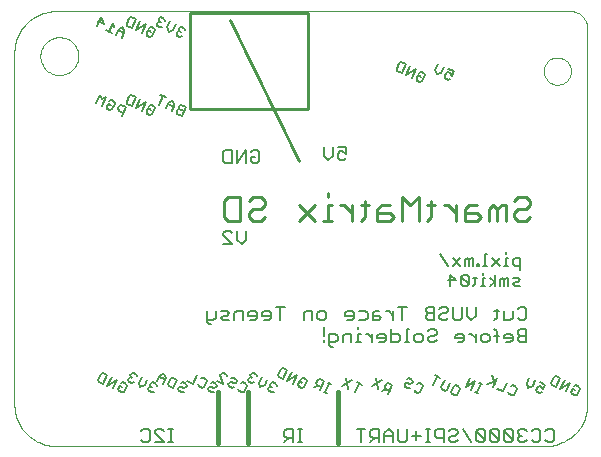
<source format=gbo>
G75*
G70*
%OFA0B0*%
%FSLAX24Y24*%
%IPPOS*%
%LPD*%
%AMOC8*
5,1,8,0,0,1.08239X$1,22.5*
%
%ADD10C,0.0000*%
%ADD11C,0.0090*%
%ADD12C,0.0060*%
%ADD13C,0.0070*%
%ADD14C,0.0150*%
%ADD15C,0.0080*%
%ADD16C,0.0100*%
D10*
X001600Y004500D02*
X017900Y004500D01*
X017973Y004502D01*
X018046Y004508D01*
X018119Y004517D01*
X018191Y004531D01*
X018262Y004548D01*
X018333Y004569D01*
X018402Y004593D01*
X018469Y004621D01*
X018536Y004653D01*
X018600Y004688D01*
X018662Y004726D01*
X018723Y004767D01*
X018781Y004812D01*
X018837Y004860D01*
X018890Y004910D01*
X018940Y004963D01*
X018988Y005019D01*
X019033Y005077D01*
X019074Y005138D01*
X019112Y005200D01*
X019147Y005264D01*
X019179Y005331D01*
X019207Y005398D01*
X019231Y005467D01*
X019252Y005538D01*
X019269Y005609D01*
X019283Y005681D01*
X019292Y005754D01*
X019298Y005827D01*
X019300Y005900D01*
X019300Y018400D01*
X019301Y018445D01*
X019297Y018491D01*
X019290Y018536D01*
X019280Y018580D01*
X019266Y018623D01*
X019249Y018665D01*
X019228Y018706D01*
X019205Y018745D01*
X019178Y018782D01*
X019148Y018816D01*
X019116Y018848D01*
X019082Y018878D01*
X019045Y018905D01*
X019006Y018928D01*
X018965Y018949D01*
X018923Y018966D01*
X018880Y018980D01*
X018836Y018990D01*
X018791Y018997D01*
X018745Y019001D01*
X018700Y019000D01*
X001600Y019000D01*
X001527Y018998D01*
X001454Y018992D01*
X001381Y018983D01*
X001309Y018969D01*
X001238Y018952D01*
X001167Y018931D01*
X001098Y018907D01*
X001031Y018879D01*
X000964Y018847D01*
X000900Y018812D01*
X000838Y018774D01*
X000777Y018733D01*
X000719Y018688D01*
X000663Y018640D01*
X000610Y018590D01*
X000560Y018537D01*
X000512Y018481D01*
X000467Y018423D01*
X000426Y018362D01*
X000388Y018300D01*
X000353Y018236D01*
X000321Y018169D01*
X000293Y018102D01*
X000269Y018033D01*
X000248Y017962D01*
X000231Y017891D01*
X000217Y017819D01*
X000208Y017746D01*
X000202Y017673D01*
X000200Y017600D01*
X000200Y005900D01*
X000202Y005827D01*
X000208Y005754D01*
X000217Y005681D01*
X000231Y005609D01*
X000248Y005538D01*
X000269Y005467D01*
X000293Y005398D01*
X000321Y005331D01*
X000353Y005264D01*
X000388Y005200D01*
X000426Y005138D01*
X000467Y005077D01*
X000512Y005019D01*
X000560Y004963D01*
X000610Y004910D01*
X000663Y004860D01*
X000719Y004812D01*
X000777Y004767D01*
X000838Y004726D01*
X000900Y004688D01*
X000964Y004653D01*
X001031Y004621D01*
X001098Y004593D01*
X001167Y004569D01*
X001238Y004548D01*
X001309Y004531D01*
X001381Y004517D01*
X001454Y004508D01*
X001527Y004502D01*
X001600Y004500D01*
X001070Y017500D02*
X001072Y017550D01*
X001078Y017600D01*
X001088Y017649D01*
X001102Y017697D01*
X001119Y017744D01*
X001140Y017789D01*
X001165Y017833D01*
X001193Y017874D01*
X001225Y017913D01*
X001259Y017950D01*
X001296Y017984D01*
X001336Y018014D01*
X001378Y018041D01*
X001422Y018065D01*
X001468Y018086D01*
X001515Y018102D01*
X001563Y018115D01*
X001613Y018124D01*
X001662Y018129D01*
X001713Y018130D01*
X001763Y018127D01*
X001812Y018120D01*
X001861Y018109D01*
X001909Y018094D01*
X001955Y018076D01*
X002000Y018054D01*
X002043Y018028D01*
X002084Y017999D01*
X002123Y017967D01*
X002159Y017932D01*
X002191Y017894D01*
X002221Y017854D01*
X002248Y017811D01*
X002271Y017767D01*
X002290Y017721D01*
X002306Y017673D01*
X002318Y017624D01*
X002326Y017575D01*
X002330Y017525D01*
X002330Y017475D01*
X002326Y017425D01*
X002318Y017376D01*
X002306Y017327D01*
X002290Y017279D01*
X002271Y017233D01*
X002248Y017189D01*
X002221Y017146D01*
X002191Y017106D01*
X002159Y017068D01*
X002123Y017033D01*
X002084Y017001D01*
X002043Y016972D01*
X002000Y016946D01*
X001955Y016924D01*
X001909Y016906D01*
X001861Y016891D01*
X001812Y016880D01*
X001763Y016873D01*
X001713Y016870D01*
X001662Y016871D01*
X001613Y016876D01*
X001563Y016885D01*
X001515Y016898D01*
X001468Y016914D01*
X001422Y016935D01*
X001378Y016959D01*
X001336Y016986D01*
X001296Y017016D01*
X001259Y017050D01*
X001225Y017087D01*
X001193Y017126D01*
X001165Y017167D01*
X001140Y017211D01*
X001119Y017256D01*
X001102Y017303D01*
X001088Y017351D01*
X001078Y017400D01*
X001072Y017450D01*
X001070Y017500D01*
X017847Y017000D02*
X017849Y017042D01*
X017855Y017084D01*
X017865Y017126D01*
X017878Y017166D01*
X017896Y017205D01*
X017917Y017242D01*
X017941Y017276D01*
X017969Y017309D01*
X017999Y017339D01*
X018032Y017365D01*
X018067Y017389D01*
X018105Y017409D01*
X018144Y017425D01*
X018184Y017438D01*
X018226Y017447D01*
X018268Y017452D01*
X018311Y017453D01*
X018353Y017450D01*
X018395Y017443D01*
X018436Y017432D01*
X018476Y017417D01*
X018514Y017399D01*
X018551Y017377D01*
X018585Y017352D01*
X018617Y017324D01*
X018645Y017293D01*
X018671Y017259D01*
X018694Y017223D01*
X018713Y017186D01*
X018729Y017146D01*
X018741Y017105D01*
X018749Y017064D01*
X018753Y017021D01*
X018753Y016979D01*
X018749Y016936D01*
X018741Y016895D01*
X018729Y016854D01*
X018713Y016814D01*
X018694Y016777D01*
X018671Y016741D01*
X018645Y016707D01*
X018617Y016676D01*
X018585Y016648D01*
X018551Y016623D01*
X018514Y016601D01*
X018476Y016583D01*
X018436Y016568D01*
X018395Y016557D01*
X018353Y016550D01*
X018311Y016547D01*
X018268Y016548D01*
X018226Y016553D01*
X018184Y016562D01*
X018144Y016575D01*
X018105Y016591D01*
X018067Y016611D01*
X018032Y016635D01*
X017999Y016661D01*
X017969Y016691D01*
X017941Y016724D01*
X017917Y016758D01*
X017896Y016795D01*
X017878Y016834D01*
X017865Y016874D01*
X017855Y016916D01*
X017849Y016958D01*
X017847Y017000D01*
D11*
X017268Y012806D02*
X016998Y012806D01*
X016863Y012671D01*
X016998Y012400D02*
X016863Y012265D01*
X016863Y012130D01*
X016998Y011995D01*
X017268Y011995D01*
X017403Y012130D01*
X017268Y012400D02*
X016998Y012400D01*
X017268Y012400D02*
X017403Y012535D01*
X017403Y012671D01*
X017268Y012806D01*
X016575Y012535D02*
X016440Y012535D01*
X016305Y012400D01*
X016169Y012535D01*
X016034Y012400D01*
X016034Y011995D01*
X016305Y011995D02*
X016305Y012400D01*
X016575Y012535D02*
X016575Y011995D01*
X015746Y012130D02*
X015611Y012265D01*
X015206Y012265D01*
X015206Y012400D02*
X015206Y011995D01*
X015611Y011995D01*
X015746Y012130D01*
X015611Y012535D02*
X015341Y012535D01*
X015206Y012400D01*
X014917Y012265D02*
X014647Y012535D01*
X014512Y012535D01*
X014227Y012535D02*
X013957Y012535D01*
X014092Y012671D02*
X014092Y012130D01*
X013957Y011995D01*
X013674Y011995D02*
X013674Y012806D01*
X013404Y012535D01*
X013134Y012806D01*
X013134Y011995D01*
X012846Y012130D02*
X012710Y012265D01*
X012305Y012265D01*
X012305Y012400D02*
X012305Y011995D01*
X012710Y011995D01*
X012846Y012130D01*
X012710Y012535D02*
X012440Y012535D01*
X012305Y012400D01*
X012017Y012535D02*
X011747Y012535D01*
X011882Y012671D02*
X011882Y012130D01*
X011747Y011995D01*
X011464Y011995D02*
X011464Y012535D01*
X011464Y012265D02*
X011194Y012535D01*
X011059Y012535D01*
X010774Y012535D02*
X010639Y012535D01*
X010639Y011995D01*
X010774Y011995D02*
X010504Y011995D01*
X010221Y011995D02*
X009681Y012535D01*
X010221Y012535D02*
X009681Y011995D01*
X008564Y012130D02*
X008429Y011995D01*
X008159Y011995D01*
X008023Y012130D01*
X008023Y012265D01*
X008159Y012400D01*
X008429Y012400D01*
X008564Y012535D01*
X008564Y012671D01*
X008429Y012806D01*
X008159Y012806D01*
X008023Y012671D01*
X007735Y012806D02*
X007330Y012806D01*
X007195Y012671D01*
X007195Y012130D01*
X007330Y011995D01*
X007735Y011995D01*
X007735Y012806D01*
X010639Y012806D02*
X010639Y012941D01*
X014917Y012535D02*
X014917Y011995D01*
D12*
X014828Y009145D02*
X014828Y008778D01*
X014901Y008705D01*
X015048Y008705D01*
X015122Y008778D01*
X015122Y009145D01*
X015288Y009145D02*
X015288Y008852D01*
X015435Y008705D01*
X015582Y008852D01*
X015582Y009145D01*
X016202Y008999D02*
X016349Y008999D01*
X016276Y009072D02*
X016276Y008778D01*
X016202Y008705D01*
X016516Y008705D02*
X016516Y008999D01*
X016516Y008705D02*
X016736Y008705D01*
X016810Y008778D01*
X016810Y008999D01*
X016976Y009072D02*
X017050Y009145D01*
X017197Y009145D01*
X017270Y009072D01*
X017270Y008778D01*
X017197Y008705D01*
X017050Y008705D01*
X016976Y008778D01*
X017050Y008395D02*
X016976Y008322D01*
X016976Y008249D01*
X017050Y008175D01*
X017270Y008175D01*
X017270Y007955D02*
X017050Y007955D01*
X016976Y008028D01*
X016976Y008102D01*
X017050Y008175D01*
X017050Y008395D02*
X017270Y008395D01*
X017270Y007955D01*
X016810Y008028D02*
X016810Y008175D01*
X016736Y008249D01*
X016589Y008249D01*
X016516Y008175D01*
X016516Y008102D01*
X016810Y008102D01*
X016810Y008028D02*
X016736Y007955D01*
X016589Y007955D01*
X016349Y008175D02*
X016202Y008175D01*
X016042Y008175D02*
X016042Y008028D01*
X015969Y007955D01*
X015822Y007955D01*
X015749Y008028D01*
X015749Y008175D01*
X015822Y008249D01*
X015969Y008249D01*
X016042Y008175D01*
X016202Y008395D02*
X016276Y008322D01*
X016276Y007955D01*
X015582Y007955D02*
X015582Y008249D01*
X015582Y008102D02*
X015435Y008249D01*
X015362Y008249D01*
X015198Y008175D02*
X015198Y008028D01*
X015125Y007955D01*
X014978Y007955D01*
X014905Y008102D02*
X015198Y008102D01*
X015198Y008175D02*
X015125Y008249D01*
X014978Y008249D01*
X014905Y008175D01*
X014905Y008102D01*
X014277Y008028D02*
X014204Y007955D01*
X014057Y007955D01*
X013984Y008028D01*
X013984Y008102D01*
X014057Y008175D01*
X014204Y008175D01*
X014277Y008249D01*
X014277Y008322D01*
X014204Y008395D01*
X014057Y008395D01*
X013984Y008322D01*
X013817Y008175D02*
X013817Y008028D01*
X013744Y007955D01*
X013597Y007955D01*
X013523Y008028D01*
X013523Y008175D01*
X013597Y008249D01*
X013744Y008249D01*
X013817Y008175D01*
X013357Y007955D02*
X013210Y007955D01*
X013283Y007955D02*
X013283Y008395D01*
X013357Y008395D01*
X013050Y008175D02*
X012976Y008249D01*
X012756Y008249D01*
X012756Y008395D02*
X012756Y007955D01*
X012976Y007955D01*
X013050Y008028D01*
X013050Y008175D01*
X012589Y008175D02*
X012589Y008028D01*
X012516Y007955D01*
X012369Y007955D01*
X012296Y008102D02*
X012589Y008102D01*
X012589Y008175D02*
X012516Y008249D01*
X012369Y008249D01*
X012296Y008175D01*
X012296Y008102D01*
X012129Y008102D02*
X011982Y008249D01*
X011909Y008249D01*
X011745Y008249D02*
X011672Y008249D01*
X011672Y007955D01*
X011745Y007955D02*
X011599Y007955D01*
X011438Y007955D02*
X011438Y008249D01*
X011218Y008249D01*
X011145Y008175D01*
X011145Y007955D01*
X010978Y008028D02*
X010905Y007955D01*
X010684Y007955D01*
X010684Y007882D02*
X010684Y008249D01*
X010905Y008249D01*
X010978Y008175D01*
X010978Y008028D01*
X010831Y007808D02*
X010758Y007808D01*
X010684Y007882D01*
X010518Y007955D02*
X010518Y008028D01*
X010518Y008175D02*
X010518Y008469D01*
X010521Y008705D02*
X010594Y008778D01*
X010594Y008925D01*
X010521Y008999D01*
X010374Y008999D01*
X010301Y008925D01*
X010301Y008778D01*
X010374Y008705D01*
X010521Y008705D01*
X010134Y008705D02*
X010134Y008999D01*
X009914Y008999D01*
X009840Y008925D01*
X009840Y008705D01*
X009213Y009145D02*
X008920Y009145D01*
X009066Y009145D02*
X009066Y008705D01*
X008753Y008778D02*
X008753Y008925D01*
X008679Y008999D01*
X008533Y008999D01*
X008459Y008925D01*
X008459Y008852D01*
X008753Y008852D01*
X008753Y008778D02*
X008679Y008705D01*
X008533Y008705D01*
X008292Y008778D02*
X008292Y008925D01*
X008219Y008999D01*
X008072Y008999D01*
X007999Y008925D01*
X007999Y008852D01*
X008292Y008852D01*
X008292Y008778D02*
X008219Y008705D01*
X008072Y008705D01*
X007832Y008705D02*
X007832Y008999D01*
X007612Y008999D01*
X007538Y008925D01*
X007538Y008705D01*
X007372Y008705D02*
X007151Y008705D01*
X007078Y008778D01*
X007151Y008852D01*
X007298Y008852D01*
X007372Y008925D01*
X007298Y008999D01*
X007078Y008999D01*
X006911Y008999D02*
X006911Y008778D01*
X006838Y008705D01*
X006618Y008705D01*
X006618Y008632D02*
X006691Y008558D01*
X006764Y008558D01*
X006618Y008632D02*
X006618Y008999D01*
X007166Y011230D02*
X007460Y011230D01*
X007166Y011524D01*
X007166Y011597D01*
X007239Y011670D01*
X007386Y011670D01*
X007460Y011597D01*
X007626Y011670D02*
X007626Y011377D01*
X007773Y011230D01*
X007920Y011377D01*
X007920Y011670D01*
X007910Y013930D02*
X007910Y014370D01*
X007616Y013930D01*
X007616Y014370D01*
X007449Y014370D02*
X007229Y014370D01*
X007156Y014297D01*
X007156Y014003D01*
X007229Y013930D01*
X007449Y013930D01*
X007449Y014370D01*
X008076Y014297D02*
X008150Y014370D01*
X008297Y014370D01*
X008370Y014297D01*
X008370Y014003D01*
X008297Y013930D01*
X008150Y013930D01*
X008076Y014003D01*
X008076Y014150D01*
X008223Y014150D01*
X010516Y014177D02*
X010516Y014470D01*
X010516Y014177D02*
X010663Y014030D01*
X010810Y014177D01*
X010810Y014470D01*
X010976Y014470D02*
X011270Y014470D01*
X011270Y014250D01*
X011123Y014324D01*
X011050Y014324D01*
X010976Y014250D01*
X010976Y014103D01*
X011050Y014030D01*
X011197Y014030D01*
X011270Y014103D01*
X012986Y009145D02*
X013280Y009145D01*
X013133Y009145D02*
X013133Y008705D01*
X012820Y008705D02*
X012820Y008999D01*
X012820Y008852D02*
X012673Y008999D01*
X012599Y008999D01*
X012362Y008999D02*
X012216Y008999D01*
X012142Y008925D01*
X012142Y008705D01*
X012362Y008705D01*
X012436Y008778D01*
X012362Y008852D01*
X012142Y008852D01*
X011975Y008925D02*
X011975Y008778D01*
X011902Y008705D01*
X011682Y008705D01*
X011515Y008778D02*
X011515Y008925D01*
X011442Y008999D01*
X011295Y008999D01*
X011222Y008925D01*
X011222Y008852D01*
X011515Y008852D01*
X011515Y008778D02*
X011442Y008705D01*
X011295Y008705D01*
X011672Y008469D02*
X011672Y008395D01*
X012129Y008249D02*
X012129Y007955D01*
X011975Y008925D02*
X011902Y008999D01*
X011682Y008999D01*
X013907Y008999D02*
X013981Y008925D01*
X014201Y008925D01*
X014368Y008852D02*
X014368Y008778D01*
X014441Y008705D01*
X014588Y008705D01*
X014661Y008778D01*
X014588Y008925D02*
X014441Y008925D01*
X014368Y008852D01*
X014368Y009072D02*
X014441Y009145D01*
X014588Y009145D01*
X014661Y009072D01*
X014661Y008999D01*
X014588Y008925D01*
X014201Y008705D02*
X013981Y008705D01*
X013907Y008778D01*
X013907Y008852D01*
X013981Y008925D01*
X013907Y008999D02*
X013907Y009072D01*
X013981Y009145D01*
X014201Y009145D01*
X014201Y008705D01*
X014293Y005070D02*
X014219Y004997D01*
X014219Y004850D01*
X014293Y004777D01*
X014513Y004777D01*
X014513Y004630D02*
X014513Y005070D01*
X014293Y005070D01*
X014680Y004997D02*
X014753Y005070D01*
X014900Y005070D01*
X014973Y004997D01*
X014973Y004924D01*
X014900Y004850D01*
X014753Y004850D01*
X014680Y004777D01*
X014680Y004703D01*
X014753Y004630D01*
X014900Y004630D01*
X014973Y004703D01*
X015140Y005070D02*
X015434Y004630D01*
X015601Y004703D02*
X015674Y004630D01*
X015821Y004630D01*
X015894Y004703D01*
X015601Y004997D01*
X015601Y004703D01*
X015894Y004703D02*
X015894Y004997D01*
X015821Y005070D01*
X015674Y005070D01*
X015601Y004997D01*
X016061Y004997D02*
X016061Y004703D01*
X016134Y004630D01*
X016281Y004630D01*
X016355Y004703D01*
X016061Y004997D01*
X016134Y005070D01*
X016281Y005070D01*
X016355Y004997D01*
X016355Y004703D01*
X016521Y004703D02*
X016595Y004630D01*
X016742Y004630D01*
X016815Y004703D01*
X016521Y004997D01*
X016521Y004703D01*
X016521Y004997D02*
X016595Y005070D01*
X016742Y005070D01*
X016815Y004997D01*
X016815Y004703D01*
X016982Y004703D02*
X017055Y004630D01*
X017202Y004630D01*
X017275Y004703D01*
X017442Y004703D02*
X017516Y004630D01*
X017662Y004630D01*
X017736Y004703D01*
X017736Y004997D01*
X017662Y005070D01*
X017516Y005070D01*
X017442Y004997D01*
X017275Y004997D02*
X017202Y005070D01*
X017055Y005070D01*
X016982Y004997D01*
X016982Y004924D01*
X017055Y004850D01*
X016982Y004777D01*
X016982Y004703D01*
X017055Y004850D02*
X017129Y004850D01*
X017903Y004703D02*
X017976Y004630D01*
X018123Y004630D01*
X018196Y004703D01*
X018196Y004997D01*
X018123Y005070D01*
X017976Y005070D01*
X017903Y004997D01*
X014053Y005070D02*
X013906Y005070D01*
X013979Y005070D02*
X013979Y004630D01*
X013906Y004630D02*
X014053Y004630D01*
X013746Y004850D02*
X013452Y004850D01*
X013599Y004997D02*
X013599Y004703D01*
X013285Y004703D02*
X013212Y004630D01*
X013065Y004630D01*
X012992Y004703D01*
X012992Y005070D01*
X012825Y004924D02*
X012678Y005070D01*
X012531Y004924D01*
X012531Y004630D01*
X012365Y004630D02*
X012365Y005070D01*
X012144Y005070D01*
X012071Y004997D01*
X012071Y004850D01*
X012144Y004777D01*
X012365Y004777D01*
X012218Y004777D02*
X012071Y004630D01*
X011757Y004630D02*
X011757Y005070D01*
X011611Y005070D02*
X011904Y005070D01*
X012531Y004850D02*
X012825Y004850D01*
X012825Y004924D02*
X012825Y004630D01*
X013285Y004703D02*
X013285Y005070D01*
X009804Y005070D02*
X009657Y005070D01*
X009730Y005070D02*
X009730Y004630D01*
X009657Y004630D02*
X009804Y004630D01*
X009497Y004630D02*
X009497Y005070D01*
X009277Y005070D01*
X009203Y004997D01*
X009203Y004850D01*
X009277Y004777D01*
X009497Y004777D01*
X009350Y004777D02*
X009203Y004630D01*
X005484Y004630D02*
X005337Y004630D01*
X005410Y004630D02*
X005410Y005070D01*
X005337Y005070D02*
X005484Y005070D01*
X005177Y004997D02*
X005104Y005070D01*
X004957Y005070D01*
X004883Y004997D01*
X004883Y004924D01*
X005177Y004630D01*
X004883Y004630D01*
X004717Y004703D02*
X004643Y004630D01*
X004496Y004630D01*
X004423Y004703D01*
X004717Y004703D02*
X004717Y004997D01*
X004643Y005070D01*
X004496Y005070D01*
X004423Y004997D01*
D13*
X014394Y010890D02*
X014648Y010510D01*
X014809Y010510D02*
X015062Y010764D01*
X015223Y010700D02*
X015223Y010510D01*
X015350Y010510D02*
X015350Y010700D01*
X015286Y010764D01*
X015223Y010700D01*
X015350Y010700D02*
X015413Y010764D01*
X015477Y010764D01*
X015477Y010510D01*
X015620Y010510D02*
X015684Y010510D01*
X015684Y010573D01*
X015620Y010573D01*
X015620Y010510D01*
X015833Y010510D02*
X015960Y010510D01*
X015897Y010510D02*
X015897Y010890D01*
X015960Y010890D01*
X016121Y010764D02*
X016374Y010510D01*
X016524Y010510D02*
X016651Y010510D01*
X016587Y010510D02*
X016587Y010764D01*
X016651Y010764D01*
X016587Y010890D02*
X016587Y010954D01*
X016374Y010764D02*
X016121Y010510D01*
X015828Y010279D02*
X015828Y010215D01*
X015828Y010089D02*
X015828Y009835D01*
X015891Y009835D02*
X015764Y009835D01*
X015551Y009898D02*
X015488Y009835D01*
X015551Y009898D02*
X015551Y010152D01*
X015615Y010089D02*
X015488Y010089D01*
X015339Y010152D02*
X015275Y010215D01*
X015148Y010215D01*
X015085Y010152D01*
X015339Y009898D01*
X015275Y009835D01*
X015148Y009835D01*
X015085Y009898D01*
X015085Y010152D01*
X014924Y010025D02*
X014671Y010025D01*
X014734Y009835D02*
X014734Y010215D01*
X014924Y010025D01*
X015339Y009898D02*
X015339Y010152D01*
X015062Y010510D02*
X014809Y010764D01*
X015828Y010089D02*
X015891Y010089D01*
X016046Y010089D02*
X016236Y009962D01*
X016046Y009835D01*
X016236Y009835D02*
X016236Y010215D01*
X016397Y010025D02*
X016397Y009835D01*
X016524Y009835D02*
X016524Y010025D01*
X016460Y010089D01*
X016397Y010025D01*
X016524Y010025D02*
X016587Y010089D01*
X016651Y010089D01*
X016651Y009835D01*
X016811Y009898D02*
X016875Y009962D01*
X017002Y009962D01*
X017065Y010025D01*
X017002Y010089D01*
X016811Y010089D01*
X016811Y009898D02*
X016875Y009835D01*
X017065Y009835D01*
X017065Y010383D02*
X017065Y010764D01*
X016875Y010764D01*
X016811Y010700D01*
X016811Y010573D01*
X016875Y010510D01*
X017065Y010510D01*
D14*
X011000Y006300D02*
X011000Y004600D01*
X008000Y004600D02*
X008000Y006300D01*
X007000Y006300D02*
X007000Y004600D01*
D15*
X006783Y006292D02*
X006854Y006318D01*
X006783Y006292D02*
X006686Y006337D01*
X006660Y006408D01*
X006683Y006457D01*
X006754Y006482D01*
X006851Y006437D01*
X006922Y006463D01*
X006944Y006512D01*
X006918Y006582D01*
X006822Y006628D01*
X006751Y006602D01*
X006610Y006667D02*
X006520Y006474D01*
X006449Y006448D01*
X006352Y006493D01*
X006327Y006564D01*
X006164Y006581D02*
X005970Y006671D01*
X005918Y006582D02*
X005944Y006512D01*
X005922Y006463D01*
X005851Y006437D01*
X005754Y006482D01*
X005683Y006457D01*
X005660Y006408D01*
X005686Y006337D01*
X005783Y006292D01*
X005854Y006318D01*
X005918Y006582D02*
X005822Y006628D01*
X005751Y006602D01*
X005633Y006716D02*
X005488Y006783D01*
X005417Y006757D01*
X005327Y006564D01*
X005352Y006493D01*
X005498Y006425D01*
X005633Y006716D01*
X005254Y006774D02*
X005202Y006916D01*
X005060Y006865D01*
X004970Y006671D01*
X004918Y006582D02*
X004944Y006512D01*
X004918Y006582D02*
X004822Y006628D01*
X004751Y006602D01*
X004728Y006553D01*
X004754Y006482D01*
X004683Y006457D01*
X004660Y006408D01*
X004686Y006337D01*
X004783Y006292D01*
X004854Y006318D01*
X004802Y006460D02*
X004754Y006482D01*
X004543Y006522D02*
X004633Y006716D01*
X004439Y006806D02*
X004349Y006612D01*
X004401Y006470D01*
X004543Y006522D01*
X004186Y006629D02*
X004115Y006604D01*
X004019Y006649D01*
X003993Y006720D01*
X004015Y006768D01*
X004086Y006794D01*
X004135Y006771D01*
X004086Y006794D02*
X004060Y006865D01*
X004083Y006913D01*
X004154Y006939D01*
X004251Y006894D01*
X004277Y006823D01*
X003918Y006582D02*
X003944Y006512D01*
X003854Y006318D01*
X003783Y006292D01*
X003686Y006337D01*
X003660Y006408D01*
X003706Y006505D01*
X003802Y006460D01*
X003751Y006602D02*
X003822Y006628D01*
X003918Y006582D01*
X003633Y006716D02*
X003304Y006516D01*
X003439Y006806D01*
X003299Y006871D02*
X003164Y006581D01*
X003019Y006649D01*
X002993Y006720D01*
X003083Y006913D01*
X003154Y006939D01*
X003299Y006871D01*
X003633Y006716D02*
X003498Y006425D01*
X005038Y006816D02*
X005231Y006726D01*
X005254Y006774D02*
X005164Y006581D01*
X006164Y006581D02*
X006299Y006871D01*
X006417Y006757D02*
X006488Y006783D01*
X006585Y006738D01*
X006610Y006667D01*
X006970Y006671D02*
X007164Y006581D01*
X007060Y006865D01*
X007083Y006913D01*
X007154Y006939D01*
X007251Y006894D01*
X007277Y006823D01*
X007417Y006757D02*
X007488Y006783D01*
X007585Y006738D01*
X007610Y006667D01*
X007588Y006619D01*
X007517Y006593D01*
X007420Y006638D01*
X007349Y006612D01*
X007327Y006564D01*
X007352Y006493D01*
X007449Y006448D01*
X007520Y006474D01*
X007660Y006408D02*
X007686Y006337D01*
X007783Y006292D01*
X007854Y006318D01*
X007944Y006512D01*
X007918Y006582D01*
X007822Y006628D01*
X007751Y006602D01*
X007993Y006720D02*
X008015Y006768D01*
X008086Y006794D01*
X008135Y006771D01*
X008086Y006794D02*
X008060Y006865D01*
X008083Y006913D01*
X008154Y006939D01*
X008251Y006894D01*
X008277Y006823D01*
X008439Y006806D02*
X008349Y006612D01*
X008401Y006470D01*
X008543Y006522D01*
X008633Y006716D01*
X008751Y006602D02*
X008728Y006553D01*
X008754Y006482D01*
X008683Y006457D01*
X008660Y006408D01*
X008686Y006337D01*
X008783Y006292D01*
X008854Y006318D01*
X008802Y006460D02*
X008754Y006482D01*
X008751Y006602D02*
X008822Y006628D01*
X008918Y006582D01*
X008944Y006512D01*
X009019Y006799D02*
X009164Y006731D01*
X009299Y007021D01*
X009154Y007089D01*
X009083Y007063D01*
X008993Y006870D01*
X009019Y006799D01*
X009304Y006666D02*
X009439Y006956D01*
X009633Y006866D02*
X009304Y006666D01*
X009498Y006575D02*
X009633Y006866D01*
X009751Y006752D02*
X009822Y006778D01*
X009918Y006732D01*
X009944Y006662D01*
X009854Y006468D01*
X009783Y006442D01*
X009686Y006487D01*
X009660Y006558D01*
X009706Y006655D01*
X009802Y006610D01*
X010193Y006467D02*
X010335Y006519D01*
X010286Y006542D02*
X010431Y006474D01*
X010386Y006377D02*
X010522Y006667D01*
X010377Y006735D01*
X010306Y006709D01*
X010260Y006613D01*
X010286Y006542D01*
X010512Y006319D02*
X010609Y006273D01*
X010560Y006296D02*
X010696Y006586D01*
X010744Y006564D02*
X010647Y006609D01*
X011137Y006493D02*
X011466Y006693D01*
X011606Y006628D02*
X011800Y006538D01*
X011703Y006583D02*
X011568Y006293D01*
X011331Y006403D02*
X011272Y006784D01*
X012137Y006493D02*
X012466Y006693D01*
X012584Y006580D02*
X012539Y006483D01*
X012564Y006412D01*
X012710Y006344D01*
X012664Y006248D02*
X012800Y006538D01*
X012655Y006605D01*
X012584Y006580D01*
X012613Y006389D02*
X012471Y006338D01*
X012331Y006403D02*
X012272Y006784D01*
X013210Y006542D02*
X013236Y006471D01*
X013332Y006426D01*
X013403Y006452D01*
X013400Y006571D02*
X013303Y006616D01*
X013232Y006590D01*
X013210Y006542D01*
X013400Y006571D02*
X013471Y006597D01*
X013493Y006645D01*
X013468Y006716D01*
X013371Y006761D01*
X013300Y006735D01*
X013634Y006580D02*
X013705Y006605D01*
X013801Y006560D01*
X013827Y006489D01*
X013737Y006296D01*
X013666Y006270D01*
X013569Y006315D01*
X013544Y006386D01*
X014167Y006526D02*
X014302Y006816D01*
X014399Y006771D02*
X014206Y006861D01*
X014539Y006706D02*
X014427Y006464D01*
X014452Y006393D01*
X014549Y006348D01*
X014620Y006374D01*
X014733Y006616D01*
X014851Y006502D02*
X014922Y006528D01*
X015018Y006482D01*
X015044Y006412D01*
X014954Y006218D01*
X014883Y006192D01*
X014786Y006237D01*
X014760Y006308D01*
X014851Y006502D01*
X015243Y006467D02*
X015378Y006758D01*
X015572Y006667D02*
X015243Y006467D01*
X015436Y006377D02*
X015572Y006667D01*
X015697Y006609D02*
X015794Y006564D01*
X015746Y006586D02*
X015610Y006296D01*
X015562Y006319D02*
X015659Y006273D01*
X015970Y006571D02*
X016183Y006649D01*
X016209Y006578D02*
X016106Y006861D01*
X016299Y006771D02*
X016164Y006481D01*
X016304Y006416D02*
X016498Y006325D01*
X016633Y006616D01*
X016751Y006502D02*
X016822Y006528D01*
X016918Y006482D01*
X016944Y006412D01*
X016854Y006218D01*
X016783Y006192D01*
X016686Y006237D01*
X016660Y006308D01*
X017282Y006590D02*
X017372Y006784D01*
X017282Y006590D02*
X017334Y006448D01*
X017476Y006500D01*
X017566Y006693D01*
X017706Y006628D02*
X017900Y006538D01*
X017832Y006393D01*
X017758Y006486D01*
X017710Y006509D01*
X017639Y006483D01*
X017594Y006386D01*
X017619Y006315D01*
X017716Y006270D01*
X017787Y006296D01*
X018119Y006549D02*
X018093Y006620D01*
X018183Y006813D01*
X018254Y006839D01*
X018399Y006771D01*
X018264Y006481D01*
X018119Y006549D01*
X018404Y006416D02*
X018539Y006706D01*
X018733Y006616D02*
X018404Y006416D01*
X018598Y006325D02*
X018733Y006616D01*
X018851Y006502D02*
X018922Y006528D01*
X019018Y006482D01*
X019044Y006412D01*
X018954Y006218D01*
X018883Y006192D01*
X018786Y006237D01*
X018760Y006308D01*
X018806Y006405D01*
X018902Y006360D01*
X008186Y006629D02*
X008115Y006604D01*
X008019Y006649D01*
X007993Y006720D01*
X005781Y015520D02*
X005636Y015587D01*
X005610Y015658D01*
X005633Y015707D01*
X005704Y015732D01*
X005849Y015665D01*
X005917Y015810D02*
X005772Y015878D01*
X005701Y015852D01*
X005678Y015803D01*
X005704Y015732D01*
X005515Y015820D02*
X005322Y015911D01*
X005344Y015959D02*
X005254Y015766D01*
X005344Y015959D02*
X005486Y016011D01*
X005538Y015869D01*
X005448Y015675D01*
X005781Y015520D02*
X005917Y015810D01*
X005249Y016121D02*
X005056Y016211D01*
X005152Y016166D02*
X005017Y015876D01*
X004868Y015832D02*
X004894Y015762D01*
X004804Y015568D01*
X004733Y015542D01*
X004636Y015587D01*
X004610Y015658D01*
X004656Y015755D01*
X004752Y015710D01*
X004701Y015852D02*
X004772Y015878D01*
X004868Y015832D01*
X004583Y015966D02*
X004254Y015766D01*
X004389Y016056D01*
X004249Y016121D02*
X004104Y016189D01*
X004033Y016163D01*
X003943Y015970D01*
X003969Y015899D01*
X004114Y015831D01*
X004249Y016121D01*
X004583Y015966D02*
X004448Y015675D01*
X003917Y015810D02*
X003781Y015520D01*
X003826Y015616D02*
X003681Y015684D01*
X003656Y015755D01*
X003701Y015852D01*
X003772Y015878D01*
X003917Y015810D01*
X003560Y015917D02*
X003470Y015724D01*
X003399Y015698D01*
X003302Y015743D01*
X003277Y015814D01*
X003322Y015911D01*
X003418Y015866D01*
X003367Y016007D02*
X003438Y016033D01*
X003535Y015988D01*
X003560Y015917D01*
X003249Y016121D02*
X003114Y015831D01*
X002920Y015921D02*
X003056Y016211D01*
X003107Y016070D01*
X003249Y016121D01*
X003781Y018120D02*
X003872Y018313D01*
X003820Y018455D01*
X003678Y018403D01*
X003588Y018210D01*
X003448Y018275D02*
X003254Y018366D01*
X003351Y018320D02*
X003486Y018611D01*
X003538Y018469D01*
X003656Y018355D02*
X003849Y018265D01*
X003969Y018499D02*
X003943Y018570D01*
X004033Y018763D01*
X004104Y018789D01*
X004249Y018721D01*
X004114Y018431D01*
X003969Y018499D01*
X004254Y018366D02*
X004389Y018656D01*
X004583Y018566D02*
X004254Y018366D01*
X004448Y018275D02*
X004583Y018566D01*
X004701Y018452D02*
X004772Y018478D01*
X004868Y018432D01*
X004894Y018362D01*
X004804Y018168D01*
X004733Y018142D01*
X004636Y018187D01*
X004610Y018258D01*
X004656Y018355D01*
X004752Y018310D01*
X004969Y018499D02*
X004943Y018570D01*
X004965Y018618D01*
X005036Y018644D01*
X005085Y018621D01*
X005036Y018644D02*
X005010Y018715D01*
X005033Y018763D01*
X005104Y018789D01*
X005201Y018744D01*
X005227Y018673D01*
X005389Y018656D02*
X005299Y018462D01*
X005351Y018320D01*
X005493Y018372D01*
X005583Y018566D01*
X005701Y018452D02*
X005678Y018403D01*
X005704Y018332D01*
X005633Y018307D01*
X005610Y018258D01*
X005636Y018187D01*
X005733Y018142D01*
X005804Y018168D01*
X005752Y018310D02*
X005704Y018332D01*
X005701Y018452D02*
X005772Y018478D01*
X005868Y018432D01*
X005894Y018362D01*
X005136Y018479D02*
X005065Y018454D01*
X004969Y018499D01*
X003181Y018576D02*
X002988Y018666D01*
X002969Y018499D02*
X003104Y018789D01*
X003181Y018576D01*
X012943Y017070D02*
X013033Y017263D01*
X013104Y017289D01*
X013249Y017221D01*
X013114Y016931D01*
X012969Y016999D01*
X012943Y017070D01*
X013254Y016866D02*
X013389Y017156D01*
X013583Y017066D02*
X013254Y016866D01*
X013448Y016775D02*
X013583Y017066D01*
X013701Y016952D02*
X013772Y016978D01*
X013868Y016932D01*
X013894Y016862D01*
X013804Y016668D01*
X013733Y016642D01*
X013636Y016687D01*
X013610Y016758D01*
X013656Y016855D01*
X013752Y016810D01*
X014232Y017040D02*
X014322Y017234D01*
X014232Y017040D02*
X014284Y016898D01*
X014426Y016950D01*
X014516Y017143D01*
X014656Y017078D02*
X014850Y016988D01*
X014782Y016843D01*
X014708Y016936D01*
X014660Y016959D01*
X014589Y016933D01*
X014544Y016836D01*
X014569Y016765D01*
X014666Y016720D01*
X014737Y016746D01*
D16*
X010000Y015750D02*
X010000Y018950D01*
X006050Y018950D01*
X006050Y015750D01*
X010000Y015750D01*
X009700Y014000D02*
X007400Y018700D01*
M02*

</source>
